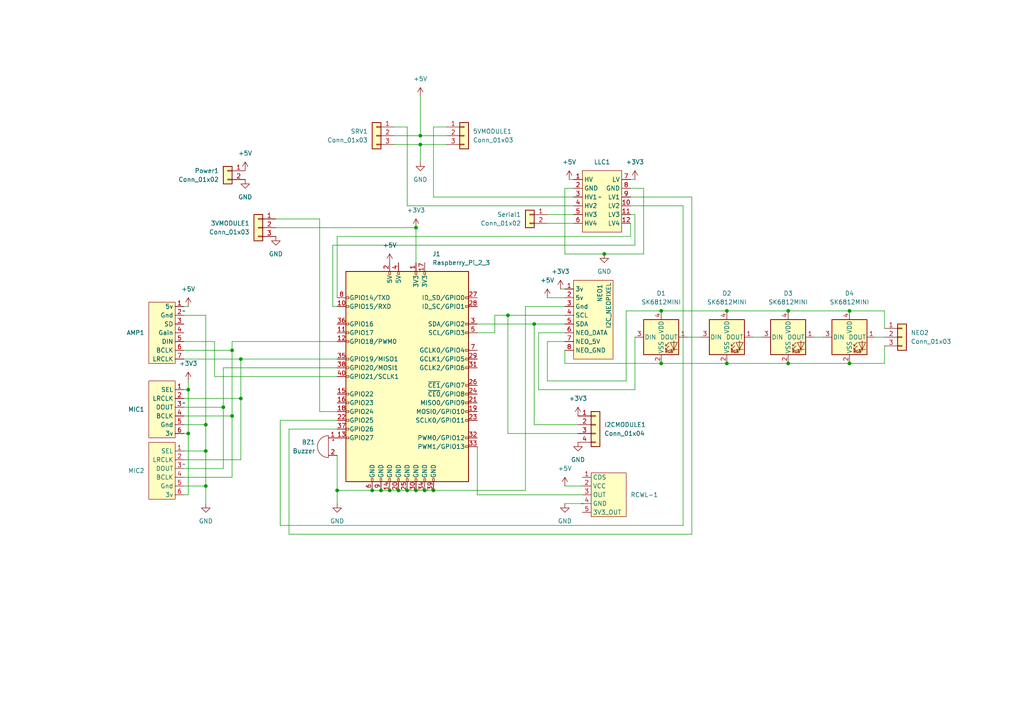
<source format=kicad_sch>
(kicad_sch (version 20230121) (generator eeschema)
  (paper "A4")
  (title_block (title "Modular Biped Head Pi Connector") (rev "V4.0"))
  (lib_symbols
    (symbol "ComponentLibrary:I2C_NEOPIXEL"
      (property "Reference" "NEO" (at 0 0 0))
      (property "Value" "I2C_NEOPIXEL" (at 0 0 0))
      (symbol "I2C_NEOPIXEL_1_1"
        (rectangle (start 2.54 8.89) (end 13.97 -13.97) (fill (type background)))
        (pin power_in line (at 0 6.35 0) (length 2.54) (name "3v") (number "1"))
        (pin power_in line (at 0 3.81 0) (length 2.54) (name "5v") (number "2"))
        (pin power_in line (at 0 1.27 0) (length 2.54) (name "Gnd") (number "3"))
        (pin bidirectional line (at 0 -1.27 0) (length 2.54) (name "SCL") (number "4"))
        (pin bidirectional line (at 0 -3.81 0) (length 2.54) (name "SDA") (number "5"))
        (pin output line (at 0 -6.35 0) (length 2.54) (name "NEO_DATA") (number "6"))
        (pin output line (at 0 -8.89 0) (length 2.54) (name "NEO_5V") (number "7"))
        (pin output line (at 0 -11.43 0) (length 2.54) (name "NEO_GND") (number "8"))
      )
    )
    (symbol "ComponentLibrary:LLC_BIDIRECTIONAL"
      (property "Reference" "LLC" (at 0 0 0))
      (symbol "LLC_BIDIRECTIONAL_1_1"
        (rectangle (start -5.08 7.62) (end 6.35 -10.16) (fill (type background)))
        (pin power_in line (at -7.62 5.08 0) (length 2.54) (name "HV") (number "1"))
        (pin power_in line (at 8.89 -2.54 180) (length 2.54) (name "LV2") (number "10"))
        (pin power_in line (at 8.89 -5.08 180) (length 2.54) (name "LV3") (number "11"))
        (pin power_in line (at 8.89 -7.62 180) (length 2.54) (name "LV4") (number "12"))
        (pin power_in line (at -7.62 2.54 0) (length 2.54) (name "GND") (number "2"))
        (pin bidirectional line (at -7.62 0 0) (length 2.54) (name "HV1") (number "3"))
        (pin bidirectional line (at -7.62 -2.54 0) (length 2.54) (name "HV2") (number "4"))
        (pin bidirectional line (at -7.62 -5.08 0) (length 2.54) (name "HV3") (number "5"))
        (pin bidirectional line (at -7.62 -7.62 0) (length 2.54) (name "HV4") (number "6"))
        (pin power_in line (at 8.89 5.08 180) (length 2.54) (name "LV") (number "7"))
        (pin power_in line (at 8.89 2.54 180) (length 2.54) (name "GND") (number "8"))
        (pin power_in line (at 8.89 0 180) (length 2.54) (name "LV1") (number "9"))
      )
    )
    (symbol "ComponentLibrary:MAX98357"
      (property "Reference" "AMP" (at 0 0 0))
      (symbol "MAX98357_1_1"
        (rectangle (start 2.54 2.54) (end 10.16 -15.24) (fill (type background)))
        (pin power_in line (at 0 1.27 0) (length 2.54) (name "5v") (number "1"))
        (pin power_in line (at 0 -1.27 0) (length 2.54) (name "Gnd") (number "2"))
        (pin input line (at 0 -3.81 0) (length 2.54) (name "SD") (number "3"))
        (pin input line (at 0 -6.35 0) (length 2.54) (name "Gain") (number "4"))
        (pin input line (at 0 -8.89 0) (length 2.54) (name "DIN") (number "5"))
        (pin bidirectional line (at 0 -11.43 0) (length 2.54) (name "BCLK") (number "6"))
        (pin bidirectional line (at 0 -13.97 0) (length 2.54) (name "LRCLK") (number "7"))
      )
    )
    (symbol "ComponentLibrary:RCWL-0516"
      (property "Reference" "RCWL-0516" (at 7.62 11.43 0))
      (symbol "RCWL-0516_1_1"
        (rectangle (start 2.54 8.89) (end 12.7 -3.81) (fill (type background)))
        (pin input line (at 0 7.62 0) (length 2.54) (name "CDS") (number "1"))
        (pin power_in line (at 0 5.08 0) (length 2.54) (name "VCC") (number "2"))
        (pin output line (at 0 2.54 0) (length 2.54) (name "OUT") (number "3"))
        (pin power_in line (at 0 0 0) (length 2.54) (name "GND") (number "4"))
        (pin power_out line (at 0 -2.54 0) (length 2.54) (name "3V3_OUT") (number "5"))
      )
    )
    (symbol "ComponentLibrary:SPH0645LM4H"
      (property "Reference" "MIC" (at 0 0 0))
      (symbol "SPH0645LM4H_1_1"
        (rectangle (start 2.54 6.35) (end 10.16 -10.16) (fill (type background)))
        (pin input line (at 0 3.81 0) (length 2.54) (name "SEL") (number "1"))
        (pin bidirectional line (at 0 1.27 0) (length 2.54) (name "LRCLK") (number "2"))
        (pin output line (at 0 -1.27 0) (length 2.54) (name "DOUT") (number "3"))
        (pin bidirectional line (at 0 -3.81 0) (length 2.54) (name "BCLK") (number "4"))
        (pin power_in line (at 0 -6.35 0) (length 2.54) (name "Gnd") (number "5"))
        (pin power_in line (at 0 -8.89 0) (length 2.54) (name "3v") (number "6"))
      )
    )
    (symbol "Connector:Raspberry_Pi_2_3" (pin_names (offset 1.016))
      (property "Reference" "J" (at -17.78 31.75 0))
      (property "Value" "Raspberry_Pi_2_3" (at 10.16 -31.75 0))
      (symbol "Raspberry_Pi_2_3_0_1"
        (rectangle (start -17.78 30.48) (end 17.78 -30.48) (stroke (width 0.254)) (fill (type background)))
      )
      (symbol "Raspberry_Pi_2_3_1_1"
        (rectangle (start -16.891 -17.526) (end -17.78 -18.034))
        (rectangle (start -16.891 -14.986) (end -17.78 -15.494))
        (rectangle (start -16.891 -12.446) (end -17.78 -12.954))
        (rectangle (start -16.891 -9.906) (end -17.78 -10.414))
        (rectangle (start -16.891 -7.366) (end -17.78 -7.874))
        (rectangle (start -16.891 -4.826) (end -17.78 -5.334))
        (rectangle (start -16.891 0.254) (end -17.78 -0.254))
        (rectangle (start -16.891 2.794) (end -17.78 2.286))
        (rectangle (start -16.891 5.334) (end -17.78 4.826))
        (rectangle (start -16.891 10.414) (end -17.78 9.906))
        (rectangle (start -16.891 12.954) (end -17.78 12.446))
        (rectangle (start -16.891 15.494) (end -17.78 14.986))
        (rectangle (start -16.891 20.574) (end -17.78 20.066))
        (rectangle (start -16.891 23.114) (end -17.78 22.606))
        (rectangle (start -10.414 -29.591) (end -9.906 -30.48))
        (rectangle (start -7.874 -29.591) (end -7.366 -30.48))
        (rectangle (start -5.334 -29.591) (end -4.826 -30.48))
        (rectangle (start -5.334 30.48) (end -4.826 29.591))
        (rectangle (start -2.794 -29.591) (end -2.286 -30.48))
        (rectangle (start -2.794 30.48) (end -2.286 29.591))
        (rectangle (start -0.254 -29.591) (end 0.254 -30.48))
        (rectangle (start 2.286 -29.591) (end 2.794 -30.48))
        (rectangle (start 2.286 30.48) (end 2.794 29.591))
        (rectangle (start 4.826 -29.591) (end 5.334 -30.48))
        (rectangle (start 4.826 30.48) (end 5.334 29.591))
        (rectangle (start 7.366 -29.591) (end 7.874 -30.48))
        (rectangle (start 17.78 -20.066) (end 16.891 -20.574))
        (rectangle (start 17.78 -17.526) (end 16.891 -18.034))
        (rectangle (start 17.78 -12.446) (end 16.891 -12.954))
        (rectangle (start 17.78 -9.906) (end 16.891 -10.414))
        (rectangle (start 17.78 -7.366) (end 16.891 -7.874))
        (rectangle (start 17.78 -4.826) (end 16.891 -5.334))
        (rectangle (start 17.78 -2.286) (end 16.891 -2.794))
        (rectangle (start 17.78 2.794) (end 16.891 2.286))
        (rectangle (start 17.78 5.334) (end 16.891 4.826))
        (rectangle (start 17.78 7.874) (end 16.891 7.366))
        (rectangle (start 17.78 12.954) (end 16.891 12.446))
        (rectangle (start 17.78 15.494) (end 16.891 14.986))
        (rectangle (start 17.78 20.574) (end 16.891 20.066))
        (rectangle (start 17.78 23.114) (end 16.891 22.606))
        (pin power_in line (at 2.54 33.02 270) (length 2.54) (name "3V3") (number "1"))
        (pin bidirectional line (at -20.32 20.32 0) (length 2.54) (name "GPIO15/RXD") (number "10"))
        (pin bidirectional line (at -20.32 12.7 0) (length 2.54) (name "GPIO17") (number "11"))
        (pin bidirectional line (at -20.32 10.16 0) (length 2.54) (name "GPIO18/PWM0") (number "12"))
        (pin bidirectional line (at -20.32 -17.78 0) (length 2.54) (name "GPIO27") (number "13"))
        (pin power_in line (at -5.08 -33.02 90) (length 2.54) (name "GND") (number "14"))
        (pin bidirectional line (at -20.32 -5.08 0) (length 2.54) (name "GPIO22") (number "15"))
        (pin bidirectional line (at -20.32 -7.62 0) (length 2.54) (name "GPIO23") (number "16"))
        (pin power_in line (at 5.08 33.02 270) (length 2.54) (name "3V3") (number "17"))
        (pin bidirectional line (at -20.32 -10.16 0) (length 2.54) (name "GPIO24") (number "18"))
        (pin bidirectional line (at 20.32 -10.16 180) (length 2.54) (name "MOSI0/GPIO10") (number "19"))
        (pin power_in line (at -5.08 33.02 270) (length 2.54) (name "5V") (number "2"))
        (pin power_in line (at -2.54 -33.02 90) (length 2.54) (name "GND") (number "20"))
        (pin bidirectional line (at 20.32 -7.62 180) (length 2.54) (name "MISO0/GPIO9") (number "21"))
        (pin bidirectional line (at -20.32 -12.7 0) (length 2.54) (name "GPIO25") (number "22"))
        (pin bidirectional line (at 20.32 -12.7 180) (length 2.54) (name "SCLK0/GPIO11") (number "23"))
        (pin bidirectional line (at 20.32 -5.08 180) (length 2.54) (name "~{CE0}/GPIO8") (number "24"))
        (pin power_in line (at 0 -33.02 90) (length 2.54) (name "GND") (number "25"))
        (pin bidirectional line (at 20.32 -2.54 180) (length 2.54) (name "~{CE1}/GPIO7") (number "26"))
        (pin bidirectional line (at 20.32 22.86 180) (length 2.54) (name "ID_SD/GPIO0") (number "27"))
        (pin bidirectional line (at 20.32 20.32 180) (length 2.54) (name "ID_SC/GPIO1") (number "28"))
        (pin bidirectional line (at 20.32 5.08 180) (length 2.54) (name "GCLK1/GPIO5") (number "29"))
        (pin bidirectional line (at 20.32 15.24 180) (length 2.54) (name "SDA/GPIO2") (number "3"))
        (pin power_in line (at 2.54 -33.02 90) (length 2.54) (name "GND") (number "30"))
        (pin bidirectional line (at 20.32 2.54 180) (length 2.54) (name "GCLK2/GPIO6") (number "31"))
        (pin bidirectional line (at 20.32 -17.78 180) (length 2.54) (name "PWM0/GPIO12") (number "32"))
        (pin bidirectional line (at 20.32 -20.32 180) (length 2.54) (name "PWM1/GPIO13") (number "33"))
        (pin power_in line (at 5.08 -33.02 90) (length 2.54) (name "GND") (number "34"))
        (pin bidirectional line (at -20.32 5.08 0) (length 2.54) (name "GPIO19/MISO1") (number "35"))
        (pin bidirectional line (at -20.32 15.24 0) (length 2.54) (name "GPIO16") (number "36"))
        (pin bidirectional line (at -20.32 -15.24 0) (length 2.54) (name "GPIO26") (number "37"))
        (pin bidirectional line (at -20.32 2.54 0) (length 2.54) (name "GPIO20/MOSI1") (number "38"))
        (pin power_in line (at 7.62 -33.02 90) (length 2.54) (name "GND") (number "39"))
        (pin power_in line (at -2.54 33.02 270) (length 2.54) (name "5V") (number "4"))
        (pin bidirectional line (at -20.32 0 0) (length 2.54) (name "GPIO21/SCLK1") (number "40"))
        (pin bidirectional line (at 20.32 12.7 180) (length 2.54) (name "SCL/GPIO3") (number "5"))
        (pin power_in line (at -10.16 -33.02 90) (length 2.54) (name "GND") (number "6"))
        (pin bidirectional line (at 20.32 7.62 180) (length 2.54) (name "GCLK0/GPIO4") (number "7"))
        (pin bidirectional line (at -20.32 22.86 0) (length 2.54) (name "GPIO14/TXD") (number "8"))
        (pin power_in line (at -7.62 -33.02 90) (length 2.54) (name "GND") (number "9"))
      )
    )
    (symbol "Connector_Generic:Conn_01x02" (pin_names (offset 1.016) hide)
      (property "Reference" "J" (at 0 2.54 0))
      (property "Value" "Conn_01x02" (at 0 -5.08 0))
      (symbol "Conn_01x02_1_1"
        (rectangle (start -1.27 -2.413) (end 0 -2.667) (stroke (width 0.1524)))
        (rectangle (start -1.27 0.127) (end 0 -0.127) (stroke (width 0.1524)))
        (rectangle (start -1.27 1.27) (end 1.27 -3.81) (stroke (width 0.254)) (fill (type background)))
        (pin passive line (at -5.08 0 0) (length 3.81) (name "Pin_1") (number "1"))
        (pin passive line (at -5.08 -2.54 0) (length 3.81) (name "Pin_2") (number "2"))
      )
    )
    (symbol "Connector_Generic:Conn_01x03" (pin_names (offset 1.016) hide)
      (property "Reference" "J" (at 0 5.08 0))
      (property "Value" "Conn_01x03" (at 0 -5.08 0))
      (symbol "Conn_01x03_1_1"
        (rectangle (start -1.27 -2.413) (end 0 -2.667) (stroke (width 0.1524)))
        (rectangle (start -1.27 0.127) (end 0 -0.127) (stroke (width 0.1524)))
        (rectangle (start -1.27 2.667) (end 0 2.413) (stroke (width 0.1524)))
        (rectangle (start -1.27 3.81) (end 1.27 -3.81) (stroke (width 0.254)) (fill (type background)))
        (pin passive line (at -5.08 2.54 0) (length 3.81) (name "Pin_1") (number "1"))
        (pin passive line (at -5.08 0 0) (length 3.81) (name "Pin_2") (number "2"))
        (pin passive line (at -5.08 -2.54 0) (length 3.81) (name "Pin_3") (number "3"))
      )
    )
    (symbol "Connector_Generic:Conn_01x04" (pin_names (offset 1.016) hide)
      (property "Reference" "J" (at 0 5.08 0))
      (property "Value" "Conn_01x04" (at 0 -7.62 0))
      (symbol "Conn_01x04_1_1"
        (rectangle (start -1.27 -4.953) (end 0 -5.207) (stroke (width 0.1524)))
        (rectangle (start -1.27 -2.413) (end 0 -2.667) (stroke (width 0.1524)))
        (rectangle (start -1.27 0.127) (end 0 -0.127) (stroke (width 0.1524)))
        (rectangle (start -1.27 2.667) (end 0 2.413) (stroke (width 0.1524)))
        (rectangle (start -1.27 3.81) (end 1.27 -6.35) (stroke (width 0.254)) (fill (type background)))
        (pin passive line (at -5.08 2.54 0) (length 3.81) (name "Pin_1") (number "1"))
        (pin passive line (at -5.08 0 0) (length 3.81) (name "Pin_2") (number "2"))
        (pin passive line (at -5.08 -2.54 0) (length 3.81) (name "Pin_3") (number "3"))
        (pin passive line (at -5.08 -5.08 0) (length 3.81) (name "Pin_4") (number "4"))
      )
    )
    (symbol "Device:Buzzer" (pin_names (offset 0.0254) hide)
      (property "Reference" "BZ" (at 3.81 1.27 0))
      (property "Value" "Buzzer" (at 3.81 -1.27 0))
      (symbol "Buzzer_0_1"
        (arc (start 0 -3.175) (mid 3.1612 0) (end 0 3.175))
        (polyline (pts (xy -1.651 1.905) (xy -1.143 1.905)))
        (polyline (pts (xy -1.397 2.159) (xy -1.397 1.651)))
        (polyline (pts (xy 0 3.175) (xy 0 -3.175)))
      )
      (symbol "Buzzer_1_1"
        (pin passive line (at -2.54 2.54 0) (length 2.54) (name "-") (number "1"))
        (pin passive line (at -2.54 -2.54 0) (length 2.54) (name "+") (number "2"))
      )
    )
    (symbol "LED:SK6812MINI" (pin_names (offset 0.254))
      (property "Reference" "D" (at 5.08 5.715 0))
      (property "Value" "SK6812MINI" (at 1.27 -5.715 0))
      (symbol "SK6812MINI_0_0"
        (text "RGB" (at 2.286 -4.191 0) (effects (font (size 0.762 0.762))))
      )
      (symbol "SK6812MINI_0_1"
        (polyline (pts (xy 1.27 -3.556) (xy 1.778 -3.556)))
        (polyline (pts (xy 1.27 -2.54) (xy 1.778 -2.54)))
        (polyline (pts (xy 4.699 -3.556) (xy 2.667 -3.556)))
        (polyline (pts (xy 2.286 -2.54) (xy 1.27 -3.556) (xy 1.27 -3.048)))
        (polyline (pts (xy 2.286 -1.524) (xy 1.27 -2.54) (xy 1.27 -2.032)))
        (polyline (pts (xy 3.683 -1.016) (xy 3.683 -3.556) (xy 3.683 -4.064)))
        (polyline (pts (xy 4.699 -1.524) (xy 2.667 -1.524) (xy 3.683 -3.556) (xy 4.699 -1.524)))
        (rectangle (start 5.08 5.08) (end -5.08 -5.08) (stroke (width 0.254)) (fill (type background)))
      )
      (symbol "SK6812MINI_1_1"
        (pin output line (at 7.62 0 180) (length 2.54) (name "DOUT") (number "1"))
        (pin power_in line (at 0 -7.62 90) (length 2.54) (name "VSS") (number "2"))
        (pin input line (at -7.62 0 0) (length 2.54) (name "DIN") (number "3"))
        (pin power_in line (at 0 7.62 270) (length 2.54) (name "VDD") (number "4"))
      )
    )
    (symbol "power:+3V3" (power) (pin_names (offset 0))
      (property "Value" "+3V3" (at 0 3.556 0))
      (symbol "+3V3_0_1"
        (polyline (pts (xy -0.762 1.27) (xy 0 2.54)))
        (polyline (pts (xy 0 0) (xy 0 2.54)))
        (polyline (pts (xy 0 2.54) (xy 0.762 1.27)))
      )
      (symbol "+3V3_1_1"
        (pin power_in line (at 0 0 90) (length 0) hide (name "+3V3") (number "1"))
      )
    )
    (symbol "power:+5V" (power) (pin_names (offset 0))
      (property "Value" "+5V" (at 0 3.556 0))
      (symbol "+5V_0_1"
        (polyline (pts (xy -0.762 1.27) (xy 0 2.54)))
        (polyline (pts (xy 0 0) (xy 0 2.54)))
        (polyline (pts (xy 0 2.54) (xy 0.762 1.27)))
      )
      (symbol "+5V_1_1"
        (pin power_in line (at 0 0 90) (length 0) hide (name "+5V") (number "1"))
      )
    )
    (symbol "power:GND" (power) (pin_names (offset 0))
      (property "Value" "GND" (at 0 -3.81 0))
      (symbol "GND_0_1"
        (polyline (pts (xy 0 0) (xy 0 -1.27) (xy 1.27 -1.27) (xy 0 -2.54) (xy -1.27 -1.27) (xy 0 -1.27)))
      )
      (symbol "GND_1_1"
        (pin power_in line (at 0 0 270) (length 0) hide (name "GND") (number "1"))
      )
    )
  )
  (junction (at 121.92 39.37))
  (junction (at 246.38 105.41))
  (junction (at 121.92 41.91))
  (junction (at 175.26 73.66))
  (junction (at 69.85 115.57))
  (junction (at 246.38 90.17))
  (junction (at 64.77 118.11))
  (junction (at 54.61 125.73))
  (junction (at 228.6 90.17))
  (junction (at 107.95 142.24))
  (junction (at 113.03 142.24))
  (junction (at 59.69 140.97))
  (junction (at 69.85 104.14))
  (junction (at 154.94 93.98))
  (junction (at 210.82 105.41))
  (junction (at 67.31 101.6))
  (junction (at 59.69 130.81))
  (junction (at 97.79 142.24))
  (junction (at 54.61 113.03))
  (junction (at 115.57 142.24))
  (junction (at 118.11 142.24))
  (junction (at 59.69 123.19))
  (junction (at 191.77 90.17))
  (junction (at 125.73 142.24))
  (junction (at 120.65 142.24))
  (junction (at 123.19 142.24))
  (junction (at 120.65 66.04))
  (junction (at 147.32 91.44))
  (junction (at 67.31 120.65))
  (junction (at 210.82 90.17))
  (junction (at 191.77 105.41))
  (junction (at 110.49 142.24))
  (junction (at 228.6 105.41))
  (wire (pts (xy 59.69 123.19) (xy 59.69 130.81)))
  (wire (pts (xy 107.95 142.24) (xy 97.79 142.24)))
  (wire (pts (xy 69.85 104.14) (xy 97.79 104.14)))
  (wire (pts (xy 199.39 97.79) (xy 203.2 97.79)))
  (wire (pts (xy 163.83 88.9) (xy 152.4 88.9)))
  (wire (pts (xy 182.88 54.61) (xy 186.69 54.61)))
  (wire (pts (xy 163.83 54.61) (xy 163.83 73.66)))
  (wire (pts (xy 182.88 59.69) (xy 198.12 59.69)))
  (wire (pts (xy 191.77 105.41) (xy 163.83 105.41)))
  (wire (pts (xy 210.82 90.17) (xy 228.6 90.17)))
  (wire (pts (xy 53.34 135.89) (xy 64.77 135.89)))
  (wire (pts (xy 53.34 125.73) (xy 54.61 125.73)))
  (wire (pts (xy 97.79 68.58) (xy 182.88 68.58)))
  (wire (pts (xy 191.77 90.17) (xy 210.82 90.17)))
  (wire (pts (xy 198.12 59.69) (xy 198.12 152.4)))
  (wire (pts (xy 121.92 41.91) (xy 121.92 46.99)))
  (wire (pts (xy 163.83 140.97) (xy 168.91 140.97)))
  (wire (pts (xy 53.34 120.65) (xy 67.31 120.65)))
  (wire (pts (xy 184.15 52.07) (xy 182.88 52.07)))
  (wire (pts (xy 184.15 113.03) (xy 184.15 97.79)))
  (wire (pts (xy 67.31 99.06) (xy 67.31 101.6)))
  (wire (pts (xy 96.52 88.9) (xy 96.52 71.12)))
  (wire (pts (xy 182.88 57.15) (xy 200.66 57.15)))
  (wire (pts (xy 69.85 115.57) (xy 69.85 133.35)))
  (wire (pts (xy 53.34 123.19) (xy 59.69 123.19)))
  (wire (pts (xy 125.73 36.83) (xy 129.54 36.83)))
  (wire (pts (xy 118.11 59.69) (xy 118.11 36.83)))
  (wire (pts (xy 181.61 90.17) (xy 191.77 90.17)))
  (wire (pts (xy 59.69 140.97) (xy 59.69 146.05)))
  (wire (pts (xy 138.43 96.52) (xy 143.51 96.52)))
  (wire (pts (xy 92.71 63.5) (xy 92.71 119.38)))
  (wire (pts (xy 120.65 66.04) (xy 120.65 76.2)))
  (wire (pts (xy 110.49 142.24) (xy 107.95 142.24)))
  (wire (pts (xy 80.01 66.04) (xy 120.65 66.04)))
  (wire (pts (xy 54.61 113.03) (xy 53.34 113.03)))
  (wire (pts (xy 114.3 39.37) (xy 121.92 39.37)))
  (wire (pts (xy 181.61 110.49) (xy 181.61 90.17)))
  (wire (pts (xy 256.54 100.33) (xy 256.54 105.41)))
  (wire (pts (xy 62.23 109.22) (xy 97.79 109.22)))
  (wire (pts (xy 97.79 99.06) (xy 67.31 99.06)))
  (wire (pts (xy 53.34 91.44) (xy 59.69 91.44)))
  (wire (pts (xy 162.56 83.82) (xy 163.83 83.82)))
  (wire (pts (xy 154.94 93.98) (xy 163.83 93.98)))
  (wire (pts (xy 64.77 118.11) (xy 64.77 106.68)))
  (wire (pts (xy 97.79 88.9) (xy 96.52 88.9)))
  (wire (pts (xy 83.82 154.94) (xy 83.82 124.46)))
  (wire (pts (xy 218.44 97.79) (xy 220.98 97.79)))
  (wire (pts (xy 186.69 54.61) (xy 186.69 73.66)))
  (wire (pts (xy 154.94 123.19) (xy 154.94 93.98)))
  (wire (pts (xy 166.37 54.61) (xy 163.83 54.61)))
  (wire (pts (xy 163.83 146.05) (xy 168.91 146.05)))
  (wire (pts (xy 152.4 88.9) (xy 152.4 142.24)))
  (wire (pts (xy 54.61 110.49) (xy 54.61 113.03)))
  (wire (pts (xy 210.82 105.41) (xy 228.6 105.41)))
  (wire (pts (xy 158.75 110.49) (xy 181.61 110.49)))
  (wire (pts (xy 53.34 140.97) (xy 59.69 140.97)))
  (wire (pts (xy 53.34 104.14) (xy 69.85 104.14)))
  (wire (pts (xy 163.83 96.52) (xy 156.21 96.52)))
  (wire (pts (xy 200.66 57.15) (xy 200.66 154.94)))
  (wire (pts (xy 200.66 154.94) (xy 83.82 154.94)))
  (wire (pts (xy 118.11 142.24) (xy 115.57 142.24)))
  (wire (pts (xy 163.83 99.06) (xy 158.75 99.06)))
  (wire (pts (xy 182.88 68.58) (xy 182.88 64.77)))
  (wire (pts (xy 64.77 106.68) (xy 97.79 106.68)))
  (wire (pts (xy 246.38 105.41) (xy 256.54 105.41)))
  (wire (pts (xy 156.21 113.03) (xy 184.15 113.03)))
  (wire (pts (xy 158.75 64.77) (xy 166.37 64.77)))
  (wire (pts (xy 53.34 138.43) (xy 67.31 138.43)))
  (wire (pts (xy 156.21 96.52) (xy 156.21 113.03)))
  (wire (pts (xy 121.92 39.37) (xy 129.54 39.37)))
  (wire (pts (xy 81.28 121.92) (xy 97.79 121.92)))
  (wire (pts (xy 254 97.79) (xy 256.54 97.79)))
  (wire (pts (xy 158.75 86.36) (xy 163.83 86.36)))
  (wire (pts (xy 114.3 41.91) (xy 121.92 41.91)))
  (wire (pts (xy 113.03 142.24) (xy 110.49 142.24)))
  (wire (pts (xy 97.79 132.08) (xy 97.79 142.24)))
  (wire (pts (xy 53.34 133.35) (xy 69.85 133.35)))
  (wire (pts (xy 147.32 125.73) (xy 147.32 91.44)))
  (wire (pts (xy 210.82 105.41) (xy 191.77 105.41)))
  (wire (pts (xy 121.92 27.94) (xy 121.92 39.37)))
  (wire (pts (xy 147.32 91.44) (xy 163.83 91.44)))
  (wire (pts (xy 138.43 93.98) (xy 154.94 93.98)))
  (wire (pts (xy 167.64 123.19) (xy 154.94 123.19)))
  (wire (pts (xy 97.79 86.36) (xy 97.79 68.58)))
  (wire (pts (xy 92.71 119.38) (xy 97.79 119.38)))
  (wire (pts (xy 53.34 143.51) (xy 54.61 143.51)))
  (wire (pts (xy 97.79 142.24) (xy 97.79 146.05)))
  (wire (pts (xy 54.61 113.03) (xy 54.61 125.73)))
  (wire (pts (xy 256.54 95.25) (xy 256.54 90.17)))
  (wire (pts (xy 228.6 105.41) (xy 246.38 105.41)))
  (wire (pts (xy 96.52 71.12) (xy 184.15 71.12)))
  (wire (pts (xy 64.77 118.11) (xy 64.77 135.89)))
  (wire (pts (xy 246.38 90.17) (xy 256.54 90.17)))
  (wire (pts (xy 62.23 99.06) (xy 62.23 109.22)))
  (wire (pts (xy 67.31 120.65) (xy 67.31 101.6)))
  (wire (pts (xy 165.1 52.07) (xy 166.37 52.07)))
  (wire (pts (xy 115.57 142.24) (xy 113.03 142.24)))
  (wire (pts (xy 59.69 91.44) (xy 59.69 123.19)))
  (wire (pts (xy 59.69 130.81) (xy 59.69 140.97)))
  (wire (pts (xy 53.34 88.9) (xy 54.61 88.9)))
  (wire (pts (xy 166.37 59.69) (xy 118.11 59.69)))
  (wire (pts (xy 67.31 101.6) (xy 53.34 101.6)))
  (wire (pts (xy 186.69 73.66) (xy 175.26 73.66)))
  (wire (pts (xy 168.91 143.51) (xy 138.43 143.51)))
  (wire (pts (xy 167.64 125.73) (xy 147.32 125.73)))
  (wire (pts (xy 163.83 73.66) (xy 175.26 73.66)))
  (wire (pts (xy 53.34 115.57) (xy 69.85 115.57)))
  (wire (pts (xy 184.15 62.23) (xy 182.88 62.23)))
  (wire (pts (xy 138.43 143.51) (xy 138.43 129.54)))
  (wire (pts (xy 120.65 142.24) (xy 118.11 142.24)))
  (wire (pts (xy 123.19 142.24) (xy 120.65 142.24)))
  (wire (pts (xy 198.12 152.4) (xy 81.28 152.4)))
  (wire (pts (xy 125.73 142.24) (xy 123.19 142.24)))
  (wire (pts (xy 228.6 90.17) (xy 246.38 90.17)))
  (wire (pts (xy 125.73 142.24) (xy 152.4 142.24)))
  (wire (pts (xy 81.28 152.4) (xy 81.28 121.92)))
  (wire (pts (xy 236.22 97.79) (xy 238.76 97.79)))
  (wire (pts (xy 118.11 36.83) (xy 114.3 36.83)))
  (wire (pts (xy 53.34 99.06) (xy 62.23 99.06)))
  (wire (pts (xy 53.34 130.81) (xy 59.69 130.81)))
  (wire (pts (xy 143.51 91.44) (xy 143.51 96.52)))
  (wire (pts (xy 67.31 138.43) (xy 67.31 120.65)))
  (wire (pts (xy 158.75 99.06) (xy 158.75 110.49)))
  (wire (pts (xy 125.73 57.15) (xy 125.73 36.83)))
  (wire (pts (xy 163.83 105.41) (xy 163.83 101.6)))
  (wire (pts (xy 83.82 124.46) (xy 97.79 124.46)))
  (wire (pts (xy 125.73 57.15) (xy 166.37 57.15)))
  (wire (pts (xy 121.92 41.91) (xy 129.54 41.91)))
  (wire (pts (xy 54.61 125.73) (xy 54.61 143.51)))
  (wire (pts (xy 143.51 91.44) (xy 147.32 91.44)))
  (wire (pts (xy 69.85 104.14) (xy 69.85 115.57)))
  (wire (pts (xy 158.75 62.23) (xy 166.37 62.23)))
  (wire (pts (xy 80.01 63.5) (xy 92.71 63.5)))
  (wire (pts (xy 184.15 71.12) (xy 184.15 62.23)))
  (wire (pts (xy 53.34 118.11) (xy 64.77 118.11)))
  (symbol (lib_id "power:+5V") (at 121.92 27.94 0) (unit 1)
    (property "Reference" "#PWR01" (effects hide))
    (property "Value" "+5V" (at 121.92 22.86 0))
  )
  (symbol (lib_id "ComponentLibrary:SPH0645LM4H") (at 53.34 134.62 0) (mirror y) (unit 1)
    (property "Reference" "MIC2" (at 41.91 136.525 0) (effects (justify left)))
    (property "Value" "~" (at 53.34 134.62 0))
    (property "Footprint" "MakerForgeComponents:SPH0645LM4H" (effects hide))
  )
  (symbol (lib_id "ComponentLibrary:RCWL-0516") (at 168.91 146.05 0) (unit 1)
    (property "Reference" "RCWL-1" (at 182.88 143.51 0) (effects (justify left)))
    (property "Value" "~" (at 168.91 146.05 0))
    (property "Footprint" "MakerForgeComponents:RCWL-0516" (effects hide))
  )
  (symbol (lib_id "LED:SK6812MINI") (at 246.38 97.79 0) (unit 1)
    (property "Reference" "D4" (at 246.38 85.09 0))
    (property "Value" "SK6812MINI" (at 246.38 87.63 0))
    (property "Footprint" "LED_SMD:LED_SK6812MINI_PLCC4_3.5x3.5mm_P1.75mm" (effects hide))
    (property "Datasheet" "https://cdn-shop.adafruit.com/product-files/2686/SK6812MINI_REV.01-1-2.pdf" (effects hide))
  )
  (symbol (lib_id "power:+5V") (at 158.75 86.36 0) (unit 1)
    (property "Reference" "#PWR014" (effects hide))
    (property "Value" "+5V" (at 158.75 81.28 0))
  )
  (symbol (lib_id "power:+3V3") (at 54.61 110.49 0) (unit 1)
    (property "Reference" "#PWR012" (effects hide))
    (property "Value" "+3V3" (at 54.61 105.41 0))
  )
  (symbol (lib_id "power:+3V3") (at 167.64 120.65 0) (unit 1)
    (property "Reference" "#PWR06" (effects hide))
    (property "Value" "+3V3" (at 167.64 115.57 0))
  )
  (symbol (lib_id "power:+3V3") (at 120.65 66.04 0) (unit 1)
    (property "Reference" "#PWR017" (effects hide))
    (property "Value" "+3V3" (at 120.65 60.96 0))
  )
  (symbol (lib_id "power:+3V3") (at 184.15 52.07 0) (unit 1)
    (property "Reference" "#PWR020" (effects hide))
    (property "Value" "+3V3" (at 184.15 46.99 0))
  )
  (symbol (lib_id "ComponentLibrary:SPH0645LM4H") (at 53.34 116.84 0) (mirror y) (unit 1)
    (property "Reference" "MIC1" (at 41.91 118.745 0) (effects (justify left)))
    (property "Value" "~" (at 53.34 116.84 0))
    (property "Footprint" "MakerForgeComponents:SPH0645LM4H" (effects hide))
  )
  (symbol (lib_id "Connector_Generic:Conn_01x03") (at 134.62 39.37 0) (unit 1)
    (property "Reference" "5VMODULE1" (at 137.16 38.1 0) (effects (justify left)))
    (property "Value" "Conn_01x03" (at 137.16 40.64 0) (effects (justify left)))
    (property "Footprint" "Connector_JST:JST_EH_B3B-EH-A_1x03_P2.50mm_Vertical" (effects hide))
  )
  (symbol (lib_id "ComponentLibrary:MAX98357") (at 53.34 90.17 0) (mirror y) (unit 1)
    (property "Reference" "AMP1" (at 41.91 96.52 0) (effects (justify left)))
    (property "Value" "~" (at 53.34 90.17 0))
    (property "Footprint" "MakerForgeComponents:MAX98357" (effects hide))
  )
  (symbol (lib_id "power:+5V") (at 165.1 52.07 0) (unit 1)
    (property "Reference" "#PWR016" (effects hide))
    (property "Value" "+5V" (at 165.1 46.99 0))
  )
  (symbol (lib_id "power:+3V3") (at 162.56 83.82 0) (unit 1)
    (property "Reference" "#PWR018" (effects hide))
    (property "Value" "+3V3" (at 162.56 78.74 0))
  )
  (symbol (lib_id "Connector_Generic:Conn_01x02") (at 66.04 49.53 0) (mirror y) (unit 1)
    (property "Reference" "Power1" (at 63.5 49.53 0) (effects (justify left)))
    (property "Value" "Conn_01x02" (at 63.5 52.07 0) (effects (justify left)))
    (property "Footprint" "Connector_JST:JST_EH_B2B-EH-A_1x02_P2.50mm_Vertical" (effects hide))
  )
  (symbol (lib_id "Device:Buzzer") (at 95.25 129.54 0) (mirror y) (unit 1)
    (property "Reference" "BZ1" (at 91.44 128.27 0) (effects (justify left)))
    (property "Value" "Buzzer" (at 91.44 130.81 0) (effects (justify left)))
    (property "Footprint" "Buzzer_Beeper:Buzzer_12x9.5RM7.6" (effects hide))
  )
  (symbol (lib_id "power:GND") (at 80.01 68.58 0) (unit 1)
    (property "Reference" "#PWR08" (effects hide))
    (property "Value" "GND" (at 80.01 73.66 0))
  )
  (symbol (lib_id "Connector_Generic:Conn_01x03") (at 261.62 97.79 0) (unit 1)
    (property "Reference" "NEO2" (at 264.16 96.52 0) (effects (justify left)))
    (property "Value" "Conn_01x03" (at 264.16 99.06 0) (effects (justify left)))
    (property "Footprint" "Connector_JST:JST_EH_B3B-EH-A_1x03_P2.50mm_Vertical" (effects hide))
  )
  (symbol (lib_id "LED:SK6812MINI") (at 191.77 97.79 0) (unit 1)
    (property "Reference" "D1" (at 191.77 85.09 0))
    (property "Value" "SK6812MINI" (at 191.77 87.63 0))
    (property "Footprint" "LED_SMD:LED_SK6812MINI_PLCC4_3.5x3.5mm_P1.75mm" (effects hide))
    (property "Datasheet" "https://cdn-shop.adafruit.com/product-files/2686/SK6812MINI_REV.01-1-2.pdf" (effects hide))
  )
  (symbol (lib_id "power:GND") (at 163.83 146.05 0) (unit 1)
    (property "Reference" "#PWR09" (effects hide))
    (property "Value" "GND" (at 163.83 151.13 0))
  )
  (symbol (lib_id "power:GND") (at 167.64 128.27 0) (unit 1)
    (property "Reference" "#PWR07" (effects hide))
    (property "Value" "GND" (at 167.64 133.35 0))
  )
  (symbol (lib_id "power:GND") (at 175.26 73.66 0) (unit 1)
    (property "Reference" "#PWR019" (effects hide))
    (property "Value" "GND" (at 175.26 78.74 0))
  )
  (symbol (lib_id "power:+5V") (at 163.83 140.97 0) (unit 1)
    (property "Reference" "#PWR013" (effects hide))
    (property "Value" "+5V" (at 163.83 135.89 0))
  )
  (symbol (lib_id "power:GND") (at 59.69 146.05 0) (unit 1)
    (property "Reference" "#PWR011" (effects hide))
    (property "Value" "GND" (at 59.69 151.13 0))
  )
  (symbol (lib_id "power:GND") (at 121.92 46.99 0) (unit 1)
    (property "Reference" "#PWR02" (effects hide))
    (property "Value" "GND" (at 121.92 52.07 0))
  )
  (symbol (lib_id "power:+5V") (at 54.61 88.9 0) (unit 1)
    (property "Reference" "#PWR010" (effects hide))
    (property "Value" "+5V" (at 54.61 83.82 0))
  )
  (symbol (lib_id "power:+5V") (at 71.12 49.53 0) (unit 1)
    (property "Reference" "#PWR04" (effects hide))
    (property "Value" "+5V" (at 71.12 44.45 0))
  )
  (symbol (lib_id "LED:SK6812MINI") (at 228.6 97.79 0) (unit 1)
    (property "Reference" "D3" (at 228.6 85.09 0))
    (property "Value" "SK6812MINI" (at 228.6 87.63 0))
    (property "Footprint" "LED_SMD:LED_SK6812MINI_PLCC4_3.5x3.5mm_P1.75mm" (effects hide))
    (property "Datasheet" "https://cdn-shop.adafruit.com/product-files/2686/SK6812MINI_REV.01-1-2.pdf" (effects hide))
  )
  (symbol (lib_id "Connector_Generic:Conn_01x03") (at 109.22 39.37 0) (mirror y) (unit 1)
    (property "Reference" "SRV1" (at 106.68 38.1 0) (effects (justify left)))
    (property "Value" "Conn_01x03" (at 106.68 40.64 0) (effects (justify left)))
    (property "Footprint" "Connector_Wire:SolderWire-0.1sqmm_1x03_P3.6mm_D0.4mm_OD1mm" (effects hide))
  )
  (symbol (lib_id "Connector_Generic:Conn_01x03") (at 74.93 66.04 0) (mirror y) (unit 1)
    (property "Reference" "3VMODULE1" (at 72.39 64.77 0) (effects (justify left)))
    (property "Value" "Conn_01x03" (at 72.39 67.31 0) (effects (justify left)))
    (property "Footprint" "Connector_JST:JST_EH_B3B-EH-A_1x03_P2.50mm_Vertical" (effects hide))
  )
  (symbol (lib_id "Connector:Raspberry_Pi_2_3") (at 118.11 109.22 0) (unit 1)
    (property "Reference" "J1" (at 125.3841 73.66 0) (effects (justify left)))
    (property "Value" "Raspberry_Pi_2_3" (at 125.3841 76.2 0) (effects (justify left)))
    (property "Footprint" "Connector_JST:JST_PUD_S40B-PUDSS-1_2x20_P2.00mm_Horizontal" (effects hide))
    (property "Datasheet" "https://www.raspberrypi.org/documentation/hardware/raspberrypi/schematics/rpi_SCH_3bplus_1p0_reduced.pdf" (effects hide))
  )
  (symbol (lib_id "Connector_Generic:Conn_01x02") (at 153.67 62.23 0) (mirror y) (unit 1)
    (property "Reference" "Serial1" (at 151.13 62.23 0) (effects (justify left)))
    (property "Value" "Conn_01x02" (at 151.13 64.77 0) (effects (justify left)))
    (property "Footprint" "Connector_JST:JST_EH_B2B-EH-A_1x02_P2.50mm_Vertical" (effects hide))
  )
  (symbol (lib_id "LED:SK6812MINI") (at 210.82 97.79 0) (unit 1)
    (property "Reference" "D2" (at 210.82 85.09 0))
    (property "Value" "SK6812MINI" (at 210.82 87.63 0))
    (property "Footprint" "LED_SMD:LED_SK6812MINI_PLCC4_3.5x3.5mm_P1.75mm" (effects hide))
    (property "Datasheet" "https://cdn-shop.adafruit.com/product-files/2686/SK6812MINI_REV.01-1-2.pdf" (effects hide))
  )
  (symbol (lib_id "power:GND") (at 97.79 146.05 0) (unit 1)
    (property "Reference" "#PWR03" (effects hide))
    (property "Value" "GND" (at 97.79 151.13 0))
  )
  (symbol (lib_id "power:GND") (at 71.12 52.07 0) (unit 1)
    (property "Reference" "#PWR05" (effects hide))
    (property "Value" "GND" (at 71.12 57.15 0))
  )
  (symbol (lib_id "Connector_Generic:Conn_01x04") (at 172.72 123.19 0) (unit 1)
    (property "Reference" "I2CMODULE1" (at 175.26 123.19 0) (effects (justify left)))
    (property "Value" "Conn_01x04" (at 175.26 125.73 0) (effects (justify left)))
    (property "Footprint" "Connector_JST:JST_EH_B4B-EH-A_1x04_P2.50mm_Vertical" (effects hide))
  )
  (symbol (lib_id "ComponentLibrary:I2C_NEOPIXEL") (at 163.83 90.17 0) (unit 1)
    (property "Reference" "NEO1" (at 173.99 87.63 90) (effects (justify left)))
    (property "Value" "I2C_NEOPIXEL" (at 176.53 95.25 90) (effects (justify left)))
    (property "Footprint" "MakerForgeComponents:I2C_NEOPIXEL" (effects hide))
  )
  (symbol (lib_id "power:+5V") (at 113.03 76.2 0) (unit 1)
    (property "Reference" "#PWR015" (effects hide))
    (property "Value" "+5V" (at 113.03 71.12 0))
  )
  (symbol (lib_id "ComponentLibrary:LLC_BIDIRECTIONAL") (at 173.99 57.15 0) (unit 1)
    (property "Reference" "LLC1" (at 174.625 46.99 0))
    (property "Value" "~" (at 173.99 57.15 0))
    (property "Footprint" "MakerForgeComponents:LCC_BIDIRECTIONAL" (effects hide))
  )
)
</source>
